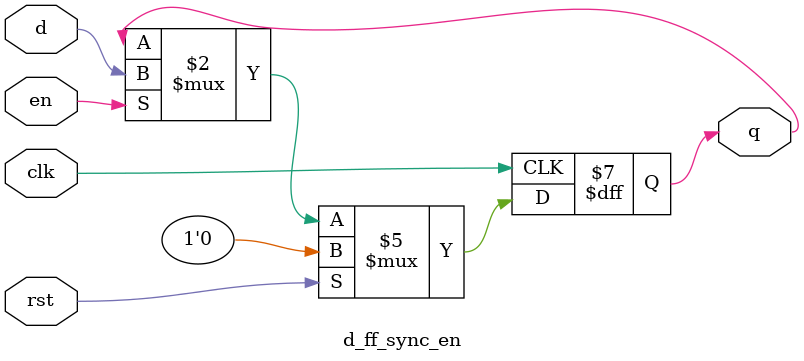
<source format=v>
module d_ff_sync_en (
clk,
rst,
en,
d,
q);

parameter SIZE = 1'b1;

input clk;
input rst;
input en;
input [(SIZE-1):0] d;
output reg [(SIZE-1):0] q;

always@(posedge clk) begin
	if(rst) 
		q <= {SIZE{1'b0}};
	else if(en)
		q <= d;
end

endmodule

</source>
